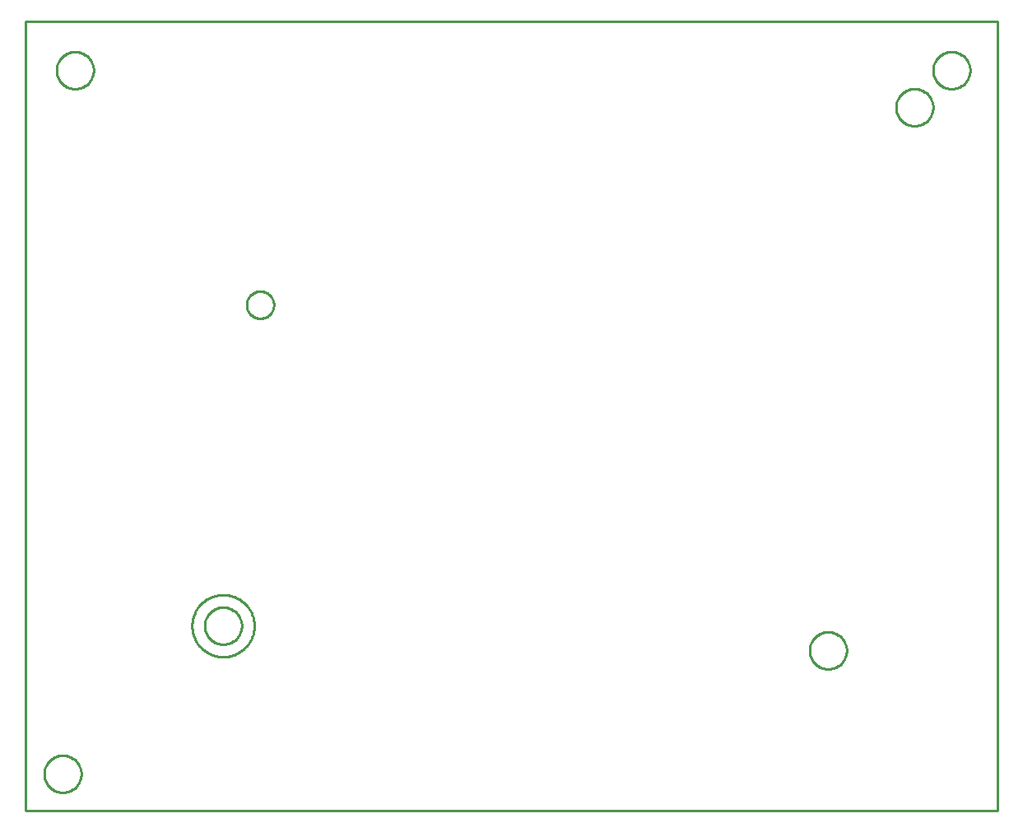
<source format=gbr>
G04 EAGLE Gerber RS-274X export*
G75*
%MOMM*%
%FSLAX34Y34*%
%LPD*%
%IN*%
%IPPOS*%
%AMOC8*
5,1,8,0,0,1.08239X$1,22.5*%
G01*
%ADD10C,0.254000*%


D10*
X0Y0D02*
X1000000Y0D01*
X1000000Y812700D01*
X0Y812700D01*
X0Y0D01*
X69850Y761424D02*
X69781Y760275D01*
X69642Y759132D01*
X69434Y758000D01*
X69159Y756882D01*
X68816Y755783D01*
X68408Y754707D01*
X67935Y753657D01*
X67400Y752637D01*
X66805Y751652D01*
X66151Y750705D01*
X65441Y749798D01*
X64677Y748937D01*
X63863Y748123D01*
X63002Y747359D01*
X62095Y746649D01*
X61148Y745995D01*
X60163Y745400D01*
X59143Y744865D01*
X58093Y744392D01*
X57017Y743984D01*
X55918Y743641D01*
X54800Y743366D01*
X53668Y743158D01*
X52525Y743020D01*
X51376Y742950D01*
X50224Y742950D01*
X49075Y743020D01*
X47932Y743158D01*
X46800Y743366D01*
X45682Y743641D01*
X44583Y743984D01*
X43507Y744392D01*
X42457Y744865D01*
X41437Y745400D01*
X40452Y745995D01*
X39505Y746649D01*
X38598Y747359D01*
X37737Y748123D01*
X36923Y748937D01*
X36159Y749798D01*
X35449Y750705D01*
X34795Y751652D01*
X34200Y752637D01*
X33665Y753657D01*
X33192Y754707D01*
X32784Y755783D01*
X32441Y756882D01*
X32166Y758000D01*
X31958Y759132D01*
X31820Y760275D01*
X31750Y761424D01*
X31750Y762576D01*
X31820Y763725D01*
X31958Y764868D01*
X32166Y766000D01*
X32441Y767118D01*
X32784Y768217D01*
X33192Y769293D01*
X33665Y770343D01*
X34200Y771363D01*
X34795Y772348D01*
X35449Y773295D01*
X36159Y774202D01*
X36923Y775063D01*
X37737Y775877D01*
X38598Y776641D01*
X39505Y777351D01*
X40452Y778005D01*
X41437Y778600D01*
X42457Y779135D01*
X43507Y779608D01*
X44583Y780016D01*
X45682Y780359D01*
X46800Y780634D01*
X47932Y780842D01*
X49075Y780981D01*
X50224Y781050D01*
X51376Y781050D01*
X52525Y780981D01*
X53668Y780842D01*
X54800Y780634D01*
X55918Y780359D01*
X57017Y780016D01*
X58093Y779608D01*
X59143Y779135D01*
X60163Y778600D01*
X61148Y778005D01*
X62095Y777351D01*
X63002Y776641D01*
X63863Y775877D01*
X64677Y775063D01*
X65441Y774202D01*
X66151Y773295D01*
X66805Y772348D01*
X67400Y771363D01*
X67935Y770343D01*
X68408Y769293D01*
X68816Y768217D01*
X69159Y767118D01*
X69434Y766000D01*
X69642Y764868D01*
X69781Y763725D01*
X69850Y762576D01*
X69850Y761424D01*
X933450Y723324D02*
X933381Y722175D01*
X933242Y721032D01*
X933034Y719900D01*
X932759Y718782D01*
X932416Y717683D01*
X932008Y716607D01*
X931535Y715557D01*
X931000Y714537D01*
X930405Y713552D01*
X929751Y712605D01*
X929041Y711698D01*
X928277Y710837D01*
X927463Y710023D01*
X926602Y709259D01*
X925695Y708549D01*
X924748Y707895D01*
X923763Y707300D01*
X922743Y706765D01*
X921693Y706292D01*
X920617Y705884D01*
X919518Y705541D01*
X918400Y705266D01*
X917268Y705058D01*
X916125Y704920D01*
X914976Y704850D01*
X913824Y704850D01*
X912675Y704920D01*
X911532Y705058D01*
X910400Y705266D01*
X909282Y705541D01*
X908183Y705884D01*
X907107Y706292D01*
X906057Y706765D01*
X905037Y707300D01*
X904052Y707895D01*
X903105Y708549D01*
X902198Y709259D01*
X901337Y710023D01*
X900523Y710837D01*
X899759Y711698D01*
X899049Y712605D01*
X898395Y713552D01*
X897800Y714537D01*
X897265Y715557D01*
X896792Y716607D01*
X896384Y717683D01*
X896041Y718782D01*
X895766Y719900D01*
X895558Y721032D01*
X895420Y722175D01*
X895350Y723324D01*
X895350Y724476D01*
X895420Y725625D01*
X895558Y726768D01*
X895766Y727900D01*
X896041Y729018D01*
X896384Y730117D01*
X896792Y731193D01*
X897265Y732243D01*
X897800Y733263D01*
X898395Y734248D01*
X899049Y735195D01*
X899759Y736102D01*
X900523Y736963D01*
X901337Y737777D01*
X902198Y738541D01*
X903105Y739251D01*
X904052Y739905D01*
X905037Y740500D01*
X906057Y741035D01*
X907107Y741508D01*
X908183Y741916D01*
X909282Y742259D01*
X910400Y742534D01*
X911532Y742742D01*
X912675Y742881D01*
X913824Y742950D01*
X914976Y742950D01*
X916125Y742881D01*
X917268Y742742D01*
X918400Y742534D01*
X919518Y742259D01*
X920617Y741916D01*
X921693Y741508D01*
X922743Y741035D01*
X923763Y740500D01*
X924748Y739905D01*
X925695Y739251D01*
X926602Y738541D01*
X927463Y737777D01*
X928277Y736963D01*
X929041Y736102D01*
X929751Y735195D01*
X930405Y734248D01*
X931000Y733263D01*
X931535Y732243D01*
X932008Y731193D01*
X932416Y730117D01*
X932759Y729018D01*
X933034Y727900D01*
X933242Y726768D01*
X933381Y725625D01*
X933450Y724476D01*
X933450Y723324D01*
X971550Y761424D02*
X971481Y760275D01*
X971342Y759132D01*
X971134Y758000D01*
X970859Y756882D01*
X970516Y755783D01*
X970108Y754707D01*
X969635Y753657D01*
X969100Y752637D01*
X968505Y751652D01*
X967851Y750705D01*
X967141Y749798D01*
X966377Y748937D01*
X965563Y748123D01*
X964702Y747359D01*
X963795Y746649D01*
X962848Y745995D01*
X961863Y745400D01*
X960843Y744865D01*
X959793Y744392D01*
X958717Y743984D01*
X957618Y743641D01*
X956500Y743366D01*
X955368Y743158D01*
X954225Y743020D01*
X953076Y742950D01*
X951924Y742950D01*
X950775Y743020D01*
X949632Y743158D01*
X948500Y743366D01*
X947382Y743641D01*
X946283Y743984D01*
X945207Y744392D01*
X944157Y744865D01*
X943137Y745400D01*
X942152Y745995D01*
X941205Y746649D01*
X940298Y747359D01*
X939437Y748123D01*
X938623Y748937D01*
X937859Y749798D01*
X937149Y750705D01*
X936495Y751652D01*
X935900Y752637D01*
X935365Y753657D01*
X934892Y754707D01*
X934484Y755783D01*
X934141Y756882D01*
X933866Y758000D01*
X933658Y759132D01*
X933520Y760275D01*
X933450Y761424D01*
X933450Y762576D01*
X933520Y763725D01*
X933658Y764868D01*
X933866Y766000D01*
X934141Y767118D01*
X934484Y768217D01*
X934892Y769293D01*
X935365Y770343D01*
X935900Y771363D01*
X936495Y772348D01*
X937149Y773295D01*
X937859Y774202D01*
X938623Y775063D01*
X939437Y775877D01*
X940298Y776641D01*
X941205Y777351D01*
X942152Y778005D01*
X943137Y778600D01*
X944157Y779135D01*
X945207Y779608D01*
X946283Y780016D01*
X947382Y780359D01*
X948500Y780634D01*
X949632Y780842D01*
X950775Y780981D01*
X951924Y781050D01*
X953076Y781050D01*
X954225Y780981D01*
X955368Y780842D01*
X956500Y780634D01*
X957618Y780359D01*
X958717Y780016D01*
X959793Y779608D01*
X960843Y779135D01*
X961863Y778600D01*
X962848Y778005D01*
X963795Y777351D01*
X964702Y776641D01*
X965563Y775877D01*
X966377Y775063D01*
X967141Y774202D01*
X967851Y773295D01*
X968505Y772348D01*
X969100Y771363D01*
X969635Y770343D01*
X970108Y769293D01*
X970516Y768217D01*
X970859Y767118D01*
X971134Y766000D01*
X971342Y764868D01*
X971481Y763725D01*
X971550Y762576D01*
X971550Y761424D01*
X57150Y37524D02*
X57081Y36375D01*
X56942Y35232D01*
X56734Y34100D01*
X56459Y32982D01*
X56116Y31883D01*
X55708Y30807D01*
X55235Y29757D01*
X54700Y28737D01*
X54105Y27752D01*
X53451Y26805D01*
X52741Y25898D01*
X51977Y25037D01*
X51163Y24223D01*
X50302Y23459D01*
X49395Y22749D01*
X48448Y22095D01*
X47463Y21500D01*
X46443Y20965D01*
X45393Y20492D01*
X44317Y20084D01*
X43218Y19741D01*
X42100Y19466D01*
X40968Y19258D01*
X39825Y19120D01*
X38676Y19050D01*
X37524Y19050D01*
X36375Y19120D01*
X35232Y19258D01*
X34100Y19466D01*
X32982Y19741D01*
X31883Y20084D01*
X30807Y20492D01*
X29757Y20965D01*
X28737Y21500D01*
X27752Y22095D01*
X26805Y22749D01*
X25898Y23459D01*
X25037Y24223D01*
X24223Y25037D01*
X23459Y25898D01*
X22749Y26805D01*
X22095Y27752D01*
X21500Y28737D01*
X20965Y29757D01*
X20492Y30807D01*
X20084Y31883D01*
X19741Y32982D01*
X19466Y34100D01*
X19258Y35232D01*
X19120Y36375D01*
X19050Y37524D01*
X19050Y38676D01*
X19120Y39825D01*
X19258Y40968D01*
X19466Y42100D01*
X19741Y43218D01*
X20084Y44317D01*
X20492Y45393D01*
X20965Y46443D01*
X21500Y47463D01*
X22095Y48448D01*
X22749Y49395D01*
X23459Y50302D01*
X24223Y51163D01*
X25037Y51977D01*
X25898Y52741D01*
X26805Y53451D01*
X27752Y54105D01*
X28737Y54700D01*
X29757Y55235D01*
X30807Y55708D01*
X31883Y56116D01*
X32982Y56459D01*
X34100Y56734D01*
X35232Y56942D01*
X36375Y57081D01*
X37524Y57150D01*
X38676Y57150D01*
X39825Y57081D01*
X40968Y56942D01*
X42100Y56734D01*
X43218Y56459D01*
X44317Y56116D01*
X45393Y55708D01*
X46443Y55235D01*
X47463Y54700D01*
X48448Y54105D01*
X49395Y53451D01*
X50302Y52741D01*
X51163Y51977D01*
X51977Y51163D01*
X52741Y50302D01*
X53451Y49395D01*
X54105Y48448D01*
X54700Y47463D01*
X55235Y46443D01*
X55708Y45393D01*
X56116Y44317D01*
X56459Y43218D01*
X56734Y42100D01*
X56942Y40968D01*
X57081Y39825D01*
X57150Y38676D01*
X57150Y37524D01*
X844550Y164524D02*
X844481Y163375D01*
X844342Y162232D01*
X844134Y161100D01*
X843859Y159982D01*
X843516Y158883D01*
X843108Y157807D01*
X842635Y156757D01*
X842100Y155737D01*
X841505Y154752D01*
X840851Y153805D01*
X840141Y152898D01*
X839377Y152037D01*
X838563Y151223D01*
X837702Y150459D01*
X836795Y149749D01*
X835848Y149095D01*
X834863Y148500D01*
X833843Y147965D01*
X832793Y147492D01*
X831717Y147084D01*
X830618Y146741D01*
X829500Y146466D01*
X828368Y146258D01*
X827225Y146120D01*
X826076Y146050D01*
X824924Y146050D01*
X823775Y146120D01*
X822632Y146258D01*
X821500Y146466D01*
X820382Y146741D01*
X819283Y147084D01*
X818207Y147492D01*
X817157Y147965D01*
X816137Y148500D01*
X815152Y149095D01*
X814205Y149749D01*
X813298Y150459D01*
X812437Y151223D01*
X811623Y152037D01*
X810859Y152898D01*
X810149Y153805D01*
X809495Y154752D01*
X808900Y155737D01*
X808365Y156757D01*
X807892Y157807D01*
X807484Y158883D01*
X807141Y159982D01*
X806866Y161100D01*
X806658Y162232D01*
X806520Y163375D01*
X806450Y164524D01*
X806450Y165676D01*
X806520Y166825D01*
X806658Y167968D01*
X806866Y169100D01*
X807141Y170218D01*
X807484Y171317D01*
X807892Y172393D01*
X808365Y173443D01*
X808900Y174463D01*
X809495Y175448D01*
X810149Y176395D01*
X810859Y177302D01*
X811623Y178163D01*
X812437Y178977D01*
X813298Y179741D01*
X814205Y180451D01*
X815152Y181105D01*
X816137Y181700D01*
X817157Y182235D01*
X818207Y182708D01*
X819283Y183116D01*
X820382Y183459D01*
X821500Y183734D01*
X822632Y183942D01*
X823775Y184081D01*
X824924Y184150D01*
X826076Y184150D01*
X827225Y184081D01*
X828368Y183942D01*
X829500Y183734D01*
X830618Y183459D01*
X831717Y183116D01*
X832793Y182708D01*
X833843Y182235D01*
X834863Y181700D01*
X835848Y181105D01*
X836795Y180451D01*
X837702Y179741D01*
X838563Y178977D01*
X839377Y178163D01*
X840141Y177302D01*
X840851Y176395D01*
X841505Y175448D01*
X842100Y174463D01*
X842635Y173443D01*
X843108Y172393D01*
X843516Y171317D01*
X843859Y170218D01*
X844134Y169100D01*
X844342Y167968D01*
X844481Y166825D01*
X844550Y165676D01*
X844550Y164524D01*
X222250Y189924D02*
X222181Y188775D01*
X222042Y187632D01*
X221834Y186500D01*
X221559Y185382D01*
X221216Y184283D01*
X220808Y183207D01*
X220335Y182157D01*
X219800Y181137D01*
X219205Y180152D01*
X218551Y179205D01*
X217841Y178298D01*
X217077Y177437D01*
X216263Y176623D01*
X215402Y175859D01*
X214495Y175149D01*
X213548Y174495D01*
X212563Y173900D01*
X211543Y173365D01*
X210493Y172892D01*
X209417Y172484D01*
X208318Y172141D01*
X207200Y171866D01*
X206068Y171658D01*
X204925Y171520D01*
X203776Y171450D01*
X202624Y171450D01*
X201475Y171520D01*
X200332Y171658D01*
X199200Y171866D01*
X198082Y172141D01*
X196983Y172484D01*
X195907Y172892D01*
X194857Y173365D01*
X193837Y173900D01*
X192852Y174495D01*
X191905Y175149D01*
X190998Y175859D01*
X190137Y176623D01*
X189323Y177437D01*
X188559Y178298D01*
X187849Y179205D01*
X187195Y180152D01*
X186600Y181137D01*
X186065Y182157D01*
X185592Y183207D01*
X185184Y184283D01*
X184841Y185382D01*
X184566Y186500D01*
X184358Y187632D01*
X184220Y188775D01*
X184150Y189924D01*
X184150Y191076D01*
X184220Y192225D01*
X184358Y193368D01*
X184566Y194500D01*
X184841Y195618D01*
X185184Y196717D01*
X185592Y197793D01*
X186065Y198843D01*
X186600Y199863D01*
X187195Y200848D01*
X187849Y201795D01*
X188559Y202702D01*
X189323Y203563D01*
X190137Y204377D01*
X190998Y205141D01*
X191905Y205851D01*
X192852Y206505D01*
X193837Y207100D01*
X194857Y207635D01*
X195907Y208108D01*
X196983Y208516D01*
X198082Y208859D01*
X199200Y209134D01*
X200332Y209342D01*
X201475Y209481D01*
X202624Y209550D01*
X203776Y209550D01*
X204925Y209481D01*
X206068Y209342D01*
X207200Y209134D01*
X208318Y208859D01*
X209417Y208516D01*
X210493Y208108D01*
X211543Y207635D01*
X212563Y207100D01*
X213548Y206505D01*
X214495Y205851D01*
X215402Y205141D01*
X216263Y204377D01*
X217077Y203563D01*
X217841Y202702D01*
X218551Y201795D01*
X219205Y200848D01*
X219800Y199863D01*
X220335Y198843D01*
X220808Y197793D01*
X221216Y196717D01*
X221559Y195618D01*
X221834Y194500D01*
X222042Y193368D01*
X222181Y192225D01*
X222250Y191076D01*
X222250Y189924D01*
X235204Y189714D02*
X235127Y188145D01*
X234973Y186581D01*
X234742Y185027D01*
X234436Y183486D01*
X234054Y181962D01*
X233598Y180458D01*
X233069Y178978D01*
X232467Y177527D01*
X231795Y176106D01*
X231055Y174721D01*
X230247Y173373D01*
X229374Y172066D01*
X228438Y170804D01*
X227441Y169590D01*
X226386Y168425D01*
X225275Y167314D01*
X224110Y166259D01*
X222896Y165262D01*
X221634Y164326D01*
X220327Y163453D01*
X218979Y162645D01*
X217594Y161905D01*
X216173Y161233D01*
X214722Y160632D01*
X213242Y160102D01*
X211738Y159646D01*
X210214Y159264D01*
X208673Y158958D01*
X207119Y158727D01*
X205555Y158573D01*
X203986Y158496D01*
X202414Y158496D01*
X200845Y158573D01*
X199281Y158727D01*
X197727Y158958D01*
X196186Y159264D01*
X194662Y159646D01*
X193158Y160102D01*
X191678Y160632D01*
X190227Y161233D01*
X188806Y161905D01*
X187421Y162645D01*
X186073Y163453D01*
X184766Y164326D01*
X183504Y165262D01*
X182290Y166259D01*
X181125Y167314D01*
X180014Y168425D01*
X178959Y169590D01*
X177962Y170804D01*
X177026Y172066D01*
X176153Y173373D01*
X175345Y174721D01*
X174605Y176106D01*
X173933Y177527D01*
X173332Y178978D01*
X172802Y180458D01*
X172346Y181962D01*
X171964Y183486D01*
X171658Y185027D01*
X171427Y186581D01*
X171273Y188145D01*
X171196Y189714D01*
X171196Y191286D01*
X171273Y192855D01*
X171427Y194419D01*
X171658Y195973D01*
X171964Y197514D01*
X172346Y199038D01*
X172802Y200542D01*
X173332Y202022D01*
X173933Y203473D01*
X174605Y204894D01*
X175345Y206279D01*
X176153Y207627D01*
X177026Y208934D01*
X177962Y210196D01*
X178959Y211410D01*
X180014Y212575D01*
X181125Y213686D01*
X182290Y214741D01*
X183504Y215738D01*
X184766Y216674D01*
X186073Y217547D01*
X187421Y218355D01*
X188806Y219095D01*
X190227Y219767D01*
X191678Y220369D01*
X193158Y220898D01*
X194662Y221354D01*
X196186Y221736D01*
X197727Y222042D01*
X199281Y222273D01*
X200845Y222427D01*
X202414Y222504D01*
X203986Y222504D01*
X205555Y222427D01*
X207119Y222273D01*
X208673Y222042D01*
X210214Y221736D01*
X211738Y221354D01*
X213242Y220898D01*
X214722Y220369D01*
X216173Y219767D01*
X217594Y219095D01*
X218979Y218355D01*
X220327Y217547D01*
X221634Y216674D01*
X222896Y215738D01*
X224110Y214741D01*
X225275Y213686D01*
X226386Y212575D01*
X227441Y211410D01*
X228438Y210196D01*
X229374Y208934D01*
X230247Y207627D01*
X231055Y206279D01*
X231795Y204894D01*
X232467Y203473D01*
X233069Y202022D01*
X233598Y200542D01*
X234054Y199038D01*
X234436Y197514D01*
X234742Y195973D01*
X234973Y194419D01*
X235127Y192855D01*
X235204Y191286D01*
X235204Y189714D01*
X240801Y506730D02*
X239806Y506801D01*
X238818Y506943D01*
X237843Y507155D01*
X236885Y507436D01*
X235951Y507785D01*
X235043Y508200D01*
X234167Y508678D01*
X233328Y509217D01*
X232529Y509815D01*
X231775Y510469D01*
X231069Y511175D01*
X230415Y511929D01*
X229817Y512728D01*
X229278Y513567D01*
X228800Y514443D01*
X228385Y515351D01*
X228036Y516285D01*
X227755Y517243D01*
X227543Y518218D01*
X227401Y519206D01*
X227330Y520201D01*
X227330Y521199D01*
X227401Y522194D01*
X227543Y523182D01*
X227755Y524157D01*
X228036Y525115D01*
X228385Y526050D01*
X228800Y526957D01*
X229278Y527833D01*
X229817Y528673D01*
X230415Y529471D01*
X231069Y530225D01*
X231775Y530931D01*
X232529Y531585D01*
X233328Y532183D01*
X234167Y532722D01*
X235043Y533200D01*
X235951Y533615D01*
X236885Y533964D01*
X237843Y534245D01*
X238818Y534457D01*
X239806Y534599D01*
X240801Y534670D01*
X241799Y534670D01*
X242794Y534599D01*
X243782Y534457D01*
X244757Y534245D01*
X245715Y533964D01*
X246650Y533615D01*
X247557Y533200D01*
X248433Y532722D01*
X249273Y532183D01*
X250071Y531585D01*
X250825Y530931D01*
X251531Y530225D01*
X252185Y529471D01*
X252783Y528673D01*
X253322Y527833D01*
X253800Y526957D01*
X254215Y526050D01*
X254564Y525115D01*
X254845Y524157D01*
X255057Y523182D01*
X255199Y522194D01*
X255270Y521199D01*
X255270Y520201D01*
X255199Y519206D01*
X255057Y518218D01*
X254845Y517243D01*
X254564Y516285D01*
X254215Y515351D01*
X253800Y514443D01*
X253322Y513567D01*
X252783Y512728D01*
X252185Y511929D01*
X251531Y511175D01*
X250825Y510469D01*
X250071Y509815D01*
X249273Y509217D01*
X248433Y508678D01*
X247557Y508200D01*
X246650Y507785D01*
X245715Y507436D01*
X244757Y507155D01*
X243782Y506943D01*
X242794Y506801D01*
X241799Y506730D01*
X240801Y506730D01*
M02*

</source>
